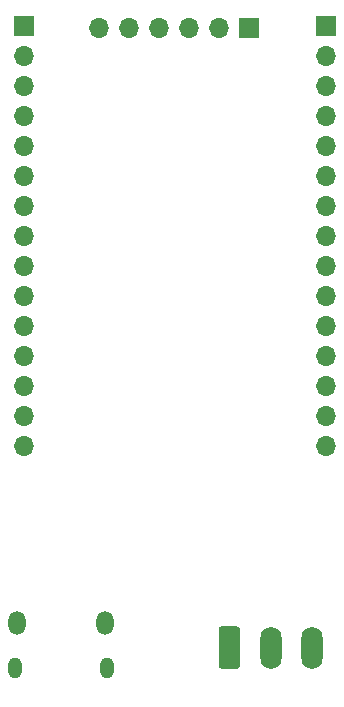
<source format=gbr>
%TF.GenerationSoftware,KiCad,Pcbnew,(5.1.9)-1*%
%TF.CreationDate,2021-02-10T21:10:38+00:00*%
%TF.ProjectId,SD_FSEQ,53445f46-5345-4512-9e6b-696361645f70,rev?*%
%TF.SameCoordinates,Original*%
%TF.FileFunction,Soldermask,Bot*%
%TF.FilePolarity,Negative*%
%FSLAX46Y46*%
G04 Gerber Fmt 4.6, Leading zero omitted, Abs format (unit mm)*
G04 Created by KiCad (PCBNEW (5.1.9)-1) date 2021-02-10 21:10:38*
%MOMM*%
%LPD*%
G01*
G04 APERTURE LIST*
%ADD10O,1.150000X1.800000*%
%ADD11O,1.450000X2.000000*%
%ADD12O,1.800000X3.600000*%
%ADD13O,1.700000X1.700000*%
%ADD14R,1.700000X1.700000*%
G04 APERTURE END LIST*
D10*
%TO.C,J3*%
X123255000Y-105310000D03*
X115505000Y-105310000D03*
D11*
X123105000Y-101510000D03*
X115655000Y-101510000D03*
%TD*%
D12*
%TO.C,J5*%
X140650000Y-103590000D03*
X137150000Y-103590000D03*
G36*
G01*
X132750000Y-105140000D02*
X132750000Y-102040000D01*
G75*
G02*
X133000000Y-101790000I250000J0D01*
G01*
X134300000Y-101790000D01*
G75*
G02*
X134550000Y-102040000I0J-250000D01*
G01*
X134550000Y-105140000D01*
G75*
G02*
X134300000Y-105390000I-250000J0D01*
G01*
X133000000Y-105390000D01*
G75*
G02*
X132750000Y-105140000I0J250000D01*
G01*
G37*
%TD*%
D13*
%TO.C,J4*%
X141850000Y-86560000D03*
X141850000Y-84020000D03*
X141850000Y-81480000D03*
X141850000Y-78940000D03*
X141850000Y-76400000D03*
X141850000Y-73860000D03*
X141850000Y-71320000D03*
X141850000Y-68780000D03*
X141850000Y-66240000D03*
X141850000Y-63700000D03*
X141850000Y-61160000D03*
X141850000Y-58620000D03*
X141850000Y-56080000D03*
X141850000Y-53540000D03*
D14*
X141850000Y-51000000D03*
%TD*%
D13*
%TO.C,J2*%
X122650000Y-51160000D03*
X125190000Y-51160000D03*
X127730000Y-51160000D03*
X130270000Y-51160000D03*
X132810000Y-51160000D03*
D14*
X135350000Y-51160000D03*
%TD*%
D13*
%TO.C,J1*%
X116250000Y-86560000D03*
X116250000Y-84020000D03*
X116250000Y-81480000D03*
X116250000Y-78940000D03*
X116250000Y-76400000D03*
X116250000Y-73860000D03*
X116250000Y-71320000D03*
X116250000Y-68780000D03*
X116250000Y-66240000D03*
X116250000Y-63700000D03*
X116250000Y-61160000D03*
X116250000Y-58620000D03*
X116250000Y-56080000D03*
X116250000Y-53540000D03*
D14*
X116250000Y-51000000D03*
%TD*%
M02*

</source>
